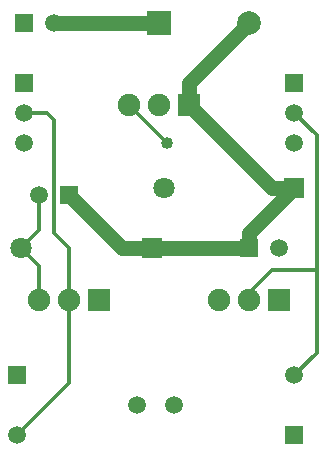
<source format=gtl>
G04 DipTrace 2.3.1.0*
%INlinebot-v2.0.gtl*%
%MOIN*%
%ADD13C,0.05*%
%ADD14C,0.013*%
%ADD16R,0.0709X0.0709*%
%ADD17C,0.0709*%
%ADD18R,0.0591X0.0591*%
%ADD19C,0.0591*%
%ADD20R,0.0748X0.0748*%
%ADD21C,0.0748*%
%ADD22R,0.0787X0.0787*%
%ADD23C,0.0787*%
%ADD24C,0.04*%
%FSLAX44Y44*%
G04*
G70*
G90*
G75*
G01*
%LNTop*%
%LPD*%
X8750Y7750D2*
D13*
Y8250D1*
X10250Y9750D1*
X5500Y7750D2*
X4500D1*
X2750Y9500D1*
X10250Y9750D2*
X9500D1*
X6750Y12500D1*
X5500Y7750D2*
X8750D1*
X6750Y12500D2*
Y13250D1*
X8750Y15250D1*
X1750Y9500D2*
D14*
Y8350D1*
X1150Y7750D1*
X1750Y6000D2*
Y7150D1*
X1150Y7750D1*
X4750Y12500D2*
X6000Y11250D1*
X2750Y6000D2*
Y7750D1*
X2250Y8250D1*
Y12000D1*
X2000Y12250D1*
X1250D1*
X2750Y6000D2*
Y3250D1*
X1000Y1500D1*
X10250Y12250D2*
X11000Y11500D1*
Y7000D1*
Y4250D1*
X10250Y3500D1*
X8750Y6000D2*
Y6250D1*
X9500Y7000D1*
X11000D1*
X2250Y15250D2*
D13*
X5750D1*
D24*
X6000Y11250D3*
D16*
X10250Y9750D3*
D17*
X5900D3*
D16*
X5500Y7750D3*
D17*
X1150D3*
D18*
X1250Y15250D3*
D19*
X2250D3*
D18*
X10250Y13250D3*
D19*
Y12250D3*
Y11250D3*
D18*
X1250Y13250D3*
D19*
Y12250D3*
Y11250D3*
D18*
X8750Y7750D3*
D19*
X9750D3*
D18*
X2750Y9500D3*
D19*
X1750D3*
D20*
X9750Y6000D3*
D21*
X8750D3*
X7750D3*
D20*
X3750D3*
D21*
X2750D3*
X1750D3*
D18*
X10250Y1500D3*
D19*
X6250Y2500D3*
X10250Y3500D3*
D18*
X1000D3*
D19*
X5000Y2500D3*
X1000Y1500D3*
D22*
X5750Y15250D3*
D23*
X8750D3*
D20*
X6750Y12500D3*
D21*
X5750D3*
X4750D3*
M02*

</source>
